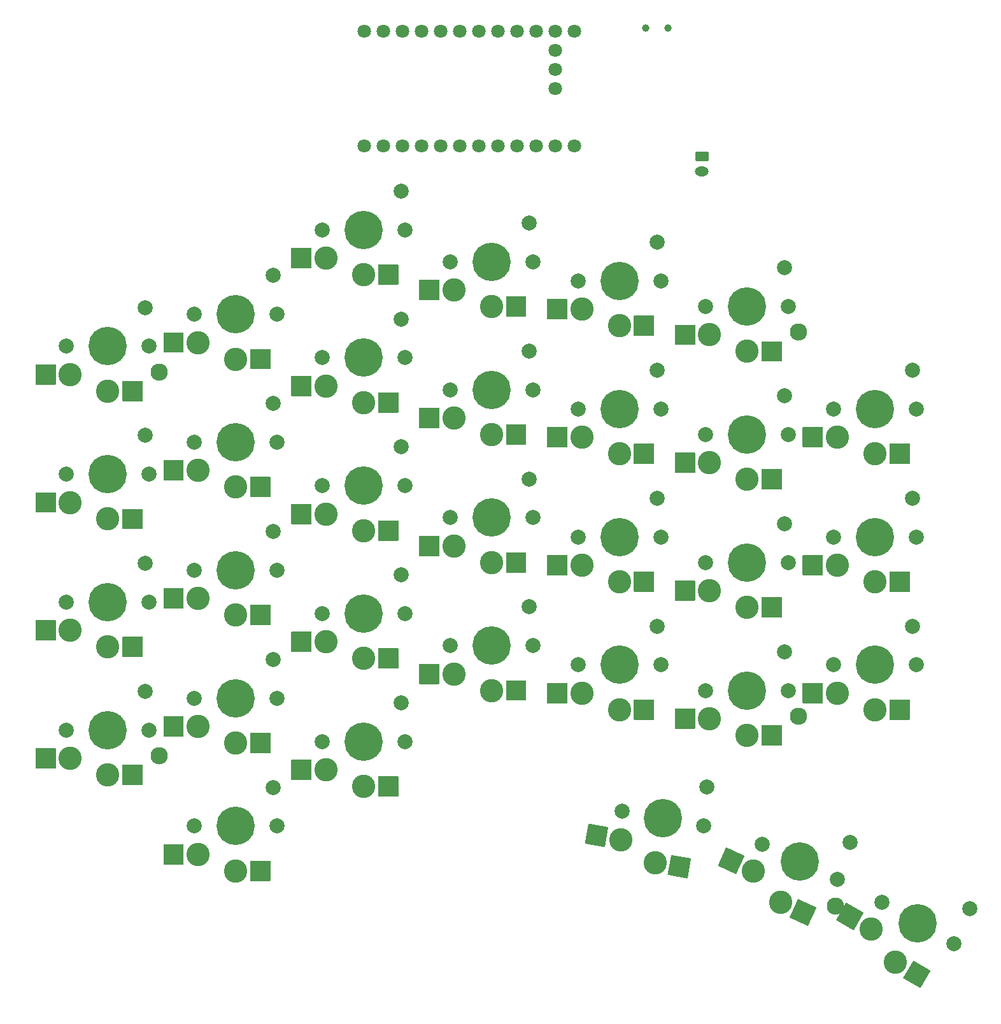
<source format=gbs>
G04 #@! TF.GenerationSoftware,KiCad,Pcbnew,9.0.7+1*
G04 #@! TF.CreationDate,2026-02-15T05:04:03+00:00*
G04 #@! TF.ProjectId,left_pcb,6c656674-5f70-4636-922e-6b696361645f,v0.2*
G04 #@! TF.SameCoordinates,Original*
G04 #@! TF.FileFunction,Soldermask,Bot*
G04 #@! TF.FilePolarity,Negative*
%FSLAX46Y46*%
G04 Gerber Fmt 4.6, Leading zero omitted, Abs format (unit mm)*
G04 Created by KiCad (PCBNEW 9.0.7+1) date 2026-02-15 05:04:03*
%MOMM*%
%LPD*%
G01*
G04 APERTURE LIST*
%ADD10C,5.100000*%
%ADD11C,2.000000*%
%ADD12C,3.100000*%
%ADD13C,1.800000*%
%ADD14O,1.850000X1.300000*%
%ADD15C,1.000000*%
%ADD16C,2.300000*%
G04 APERTURE END LIST*
D10*
X35000000Y-133000000D03*
D11*
X29500000Y-133000000D03*
X40500000Y-133000000D03*
X40000000Y-127850000D03*
D12*
X35000000Y-138950000D03*
G36*
G01*
X39625000Y-137650000D02*
X39625000Y-140250000D01*
G75*
G02*
X39575000Y-140300000I-50000J0D01*
G01*
X36975000Y-140300000D01*
G75*
G02*
X36925000Y-140250000I0J50000D01*
G01*
X36925000Y-137650000D01*
G75*
G02*
X36975000Y-137600000I50000J0D01*
G01*
X39575000Y-137600000D01*
G75*
G02*
X39625000Y-137650000I0J-50000D01*
G01*
G37*
G36*
G01*
X28075000Y-135450000D02*
X28075000Y-138050000D01*
G75*
G02*
X28025000Y-138100000I-50000J0D01*
G01*
X25425000Y-138100000D01*
G75*
G02*
X25375000Y-138050000I0J50000D01*
G01*
X25375000Y-135450000D01*
G75*
G02*
X25425000Y-135400000I50000J0D01*
G01*
X28025000Y-135400000D01*
G75*
G02*
X28075000Y-135450000I0J-50000D01*
G01*
G37*
X30000000Y-136750000D03*
D10*
X35000000Y-116000000D03*
D11*
X29500000Y-116000000D03*
X40500000Y-116000000D03*
X40000000Y-110850000D03*
D12*
X35000000Y-121950000D03*
G36*
G01*
X39625000Y-120650000D02*
X39625000Y-123250000D01*
G75*
G02*
X39575000Y-123300000I-50000J0D01*
G01*
X36975000Y-123300000D01*
G75*
G02*
X36925000Y-123250000I0J50000D01*
G01*
X36925000Y-120650000D01*
G75*
G02*
X36975000Y-120600000I50000J0D01*
G01*
X39575000Y-120600000D01*
G75*
G02*
X39625000Y-120650000I0J-50000D01*
G01*
G37*
G36*
G01*
X28075000Y-118450000D02*
X28075000Y-121050000D01*
G75*
G02*
X28025000Y-121100000I-50000J0D01*
G01*
X25425000Y-121100000D01*
G75*
G02*
X25375000Y-121050000I0J50000D01*
G01*
X25375000Y-118450000D01*
G75*
G02*
X25425000Y-118400000I50000J0D01*
G01*
X28025000Y-118400000D01*
G75*
G02*
X28075000Y-118450000I0J-50000D01*
G01*
G37*
X30000000Y-119750000D03*
D10*
X35000000Y-99000000D03*
D11*
X29500000Y-99000000D03*
X40500000Y-99000000D03*
X40000000Y-93850000D03*
D12*
X35000000Y-104950000D03*
G36*
G01*
X39625000Y-103650000D02*
X39625000Y-106250000D01*
G75*
G02*
X39575000Y-106300000I-50000J0D01*
G01*
X36975000Y-106300000D01*
G75*
G02*
X36925000Y-106250000I0J50000D01*
G01*
X36925000Y-103650000D01*
G75*
G02*
X36975000Y-103600000I50000J0D01*
G01*
X39575000Y-103600000D01*
G75*
G02*
X39625000Y-103650000I0J-50000D01*
G01*
G37*
G36*
G01*
X28075000Y-101450000D02*
X28075000Y-104050000D01*
G75*
G02*
X28025000Y-104100000I-50000J0D01*
G01*
X25425000Y-104100000D01*
G75*
G02*
X25375000Y-104050000I0J50000D01*
G01*
X25375000Y-101450000D01*
G75*
G02*
X25425000Y-101400000I50000J0D01*
G01*
X28025000Y-101400000D01*
G75*
G02*
X28075000Y-101450000I0J-50000D01*
G01*
G37*
X30000000Y-102750000D03*
D10*
X35000000Y-82000000D03*
D11*
X29500000Y-82000000D03*
X40500000Y-82000000D03*
X40000000Y-76850000D03*
D12*
X35000000Y-87950000D03*
G36*
G01*
X39625000Y-86650000D02*
X39625000Y-89250000D01*
G75*
G02*
X39575000Y-89300000I-50000J0D01*
G01*
X36975000Y-89300000D01*
G75*
G02*
X36925000Y-89250000I0J50000D01*
G01*
X36925000Y-86650000D01*
G75*
G02*
X36975000Y-86600000I50000J0D01*
G01*
X39575000Y-86600000D01*
G75*
G02*
X39625000Y-86650000I0J-50000D01*
G01*
G37*
G36*
G01*
X28075000Y-84450000D02*
X28075000Y-87050000D01*
G75*
G02*
X28025000Y-87100000I-50000J0D01*
G01*
X25425000Y-87100000D01*
G75*
G02*
X25375000Y-87050000I0J50000D01*
G01*
X25375000Y-84450000D01*
G75*
G02*
X25425000Y-84400000I50000J0D01*
G01*
X28025000Y-84400000D01*
G75*
G02*
X28075000Y-84450000I0J-50000D01*
G01*
G37*
X30000000Y-85750000D03*
D10*
X52000000Y-145750000D03*
D11*
X46500000Y-145750000D03*
X57500000Y-145750000D03*
X57000000Y-140600000D03*
D12*
X52000000Y-151700000D03*
G36*
G01*
X56625000Y-150400000D02*
X56625000Y-153000000D01*
G75*
G02*
X56575000Y-153050000I-50000J0D01*
G01*
X53975000Y-153050000D01*
G75*
G02*
X53925000Y-153000000I0J50000D01*
G01*
X53925000Y-150400000D01*
G75*
G02*
X53975000Y-150350000I50000J0D01*
G01*
X56575000Y-150350000D01*
G75*
G02*
X56625000Y-150400000I0J-50000D01*
G01*
G37*
G36*
G01*
X45075000Y-148200000D02*
X45075000Y-150800000D01*
G75*
G02*
X45025000Y-150850000I-50000J0D01*
G01*
X42425000Y-150850000D01*
G75*
G02*
X42375000Y-150800000I0J50000D01*
G01*
X42375000Y-148200000D01*
G75*
G02*
X42425000Y-148150000I50000J0D01*
G01*
X45025000Y-148150000D01*
G75*
G02*
X45075000Y-148200000I0J-50000D01*
G01*
G37*
X47000000Y-149500000D03*
D10*
X52000000Y-128750000D03*
D11*
X46500000Y-128750000D03*
X57500000Y-128750000D03*
X57000000Y-123600000D03*
D12*
X52000000Y-134700000D03*
G36*
G01*
X56625000Y-133400000D02*
X56625000Y-136000000D01*
G75*
G02*
X56575000Y-136050000I-50000J0D01*
G01*
X53975000Y-136050000D01*
G75*
G02*
X53925000Y-136000000I0J50000D01*
G01*
X53925000Y-133400000D01*
G75*
G02*
X53975000Y-133350000I50000J0D01*
G01*
X56575000Y-133350000D01*
G75*
G02*
X56625000Y-133400000I0J-50000D01*
G01*
G37*
G36*
G01*
X45075000Y-131200000D02*
X45075000Y-133800000D01*
G75*
G02*
X45025000Y-133850000I-50000J0D01*
G01*
X42425000Y-133850000D01*
G75*
G02*
X42375000Y-133800000I0J50000D01*
G01*
X42375000Y-131200000D01*
G75*
G02*
X42425000Y-131150000I50000J0D01*
G01*
X45025000Y-131150000D01*
G75*
G02*
X45075000Y-131200000I0J-50000D01*
G01*
G37*
X47000000Y-132500000D03*
D10*
X52000000Y-111750000D03*
D11*
X46500000Y-111750000D03*
X57500000Y-111750000D03*
X57000000Y-106600000D03*
D12*
X52000000Y-117700000D03*
G36*
G01*
X56625000Y-116400000D02*
X56625000Y-119000000D01*
G75*
G02*
X56575000Y-119050000I-50000J0D01*
G01*
X53975000Y-119050000D01*
G75*
G02*
X53925000Y-119000000I0J50000D01*
G01*
X53925000Y-116400000D01*
G75*
G02*
X53975000Y-116350000I50000J0D01*
G01*
X56575000Y-116350000D01*
G75*
G02*
X56625000Y-116400000I0J-50000D01*
G01*
G37*
G36*
G01*
X45075000Y-114200000D02*
X45075000Y-116800000D01*
G75*
G02*
X45025000Y-116850000I-50000J0D01*
G01*
X42425000Y-116850000D01*
G75*
G02*
X42375000Y-116800000I0J50000D01*
G01*
X42375000Y-114200000D01*
G75*
G02*
X42425000Y-114150000I50000J0D01*
G01*
X45025000Y-114150000D01*
G75*
G02*
X45075000Y-114200000I0J-50000D01*
G01*
G37*
X47000000Y-115500000D03*
D10*
X52000000Y-94750000D03*
D11*
X46500000Y-94750000D03*
X57500000Y-94750000D03*
X57000000Y-89600000D03*
D12*
X52000000Y-100700000D03*
G36*
G01*
X56625000Y-99400000D02*
X56625000Y-102000000D01*
G75*
G02*
X56575000Y-102050000I-50000J0D01*
G01*
X53975000Y-102050000D01*
G75*
G02*
X53925000Y-102000000I0J50000D01*
G01*
X53925000Y-99400000D01*
G75*
G02*
X53975000Y-99350000I50000J0D01*
G01*
X56575000Y-99350000D01*
G75*
G02*
X56625000Y-99400000I0J-50000D01*
G01*
G37*
G36*
G01*
X45075000Y-97200000D02*
X45075000Y-99800000D01*
G75*
G02*
X45025000Y-99850000I-50000J0D01*
G01*
X42425000Y-99850000D01*
G75*
G02*
X42375000Y-99800000I0J50000D01*
G01*
X42375000Y-97200000D01*
G75*
G02*
X42425000Y-97150000I50000J0D01*
G01*
X45025000Y-97150000D01*
G75*
G02*
X45075000Y-97200000I0J-50000D01*
G01*
G37*
X47000000Y-98500000D03*
D10*
X52000000Y-77750000D03*
D11*
X46500000Y-77750000D03*
X57500000Y-77750000D03*
X57000000Y-72600000D03*
D12*
X52000000Y-83700000D03*
G36*
G01*
X56625000Y-82400000D02*
X56625000Y-85000000D01*
G75*
G02*
X56575000Y-85050000I-50000J0D01*
G01*
X53975000Y-85050000D01*
G75*
G02*
X53925000Y-85000000I0J50000D01*
G01*
X53925000Y-82400000D01*
G75*
G02*
X53975000Y-82350000I50000J0D01*
G01*
X56575000Y-82350000D01*
G75*
G02*
X56625000Y-82400000I0J-50000D01*
G01*
G37*
G36*
G01*
X45075000Y-80200000D02*
X45075000Y-82800000D01*
G75*
G02*
X45025000Y-82850000I-50000J0D01*
G01*
X42425000Y-82850000D01*
G75*
G02*
X42375000Y-82800000I0J50000D01*
G01*
X42375000Y-80200000D01*
G75*
G02*
X42425000Y-80150000I50000J0D01*
G01*
X45025000Y-80150000D01*
G75*
G02*
X45075000Y-80200000I0J-50000D01*
G01*
G37*
X47000000Y-81500000D03*
D10*
X69000000Y-134530000D03*
D11*
X63500000Y-134530000D03*
X74500000Y-134530000D03*
X74000000Y-129380000D03*
D12*
X69000000Y-140480000D03*
G36*
G01*
X73625000Y-139180000D02*
X73625000Y-141780000D01*
G75*
G02*
X73575000Y-141830000I-50000J0D01*
G01*
X70975000Y-141830000D01*
G75*
G02*
X70925000Y-141780000I0J50000D01*
G01*
X70925000Y-139180000D01*
G75*
G02*
X70975000Y-139130000I50000J0D01*
G01*
X73575000Y-139130000D01*
G75*
G02*
X73625000Y-139180000I0J-50000D01*
G01*
G37*
G36*
G01*
X62075000Y-136980000D02*
X62075000Y-139580000D01*
G75*
G02*
X62025000Y-139630000I-50000J0D01*
G01*
X59425000Y-139630000D01*
G75*
G02*
X59375000Y-139580000I0J50000D01*
G01*
X59375000Y-136980000D01*
G75*
G02*
X59425000Y-136930000I50000J0D01*
G01*
X62025000Y-136930000D01*
G75*
G02*
X62075000Y-136980000I0J-50000D01*
G01*
G37*
X64000000Y-138280000D03*
D10*
X69000000Y-117530000D03*
D11*
X63500000Y-117530000D03*
X74500000Y-117530000D03*
X74000000Y-112380000D03*
D12*
X69000000Y-123480000D03*
G36*
G01*
X73625000Y-122180000D02*
X73625000Y-124780000D01*
G75*
G02*
X73575000Y-124830000I-50000J0D01*
G01*
X70975000Y-124830000D01*
G75*
G02*
X70925000Y-124780000I0J50000D01*
G01*
X70925000Y-122180000D01*
G75*
G02*
X70975000Y-122130000I50000J0D01*
G01*
X73575000Y-122130000D01*
G75*
G02*
X73625000Y-122180000I0J-50000D01*
G01*
G37*
G36*
G01*
X62075000Y-119980000D02*
X62075000Y-122580000D01*
G75*
G02*
X62025000Y-122630000I-50000J0D01*
G01*
X59425000Y-122630000D01*
G75*
G02*
X59375000Y-122580000I0J50000D01*
G01*
X59375000Y-119980000D01*
G75*
G02*
X59425000Y-119930000I50000J0D01*
G01*
X62025000Y-119930000D01*
G75*
G02*
X62075000Y-119980000I0J-50000D01*
G01*
G37*
X64000000Y-121280000D03*
D10*
X69000000Y-100530000D03*
D11*
X63500000Y-100530000D03*
X74500000Y-100530000D03*
X74000000Y-95380000D03*
D12*
X69000000Y-106480000D03*
G36*
G01*
X73625000Y-105180000D02*
X73625000Y-107780000D01*
G75*
G02*
X73575000Y-107830000I-50000J0D01*
G01*
X70975000Y-107830000D01*
G75*
G02*
X70925000Y-107780000I0J50000D01*
G01*
X70925000Y-105180000D01*
G75*
G02*
X70975000Y-105130000I50000J0D01*
G01*
X73575000Y-105130000D01*
G75*
G02*
X73625000Y-105180000I0J-50000D01*
G01*
G37*
G36*
G01*
X62075000Y-102980000D02*
X62075000Y-105580000D01*
G75*
G02*
X62025000Y-105630000I-50000J0D01*
G01*
X59425000Y-105630000D01*
G75*
G02*
X59375000Y-105580000I0J50000D01*
G01*
X59375000Y-102980000D01*
G75*
G02*
X59425000Y-102930000I50000J0D01*
G01*
X62025000Y-102930000D01*
G75*
G02*
X62075000Y-102980000I0J-50000D01*
G01*
G37*
X64000000Y-104280000D03*
D10*
X69000000Y-83530000D03*
D11*
X63500000Y-83530000D03*
X74500000Y-83530000D03*
X74000000Y-78380000D03*
D12*
X69000000Y-89480000D03*
G36*
G01*
X73625000Y-88180000D02*
X73625000Y-90780000D01*
G75*
G02*
X73575000Y-90830000I-50000J0D01*
G01*
X70975000Y-90830000D01*
G75*
G02*
X70925000Y-90780000I0J50000D01*
G01*
X70925000Y-88180000D01*
G75*
G02*
X70975000Y-88130000I50000J0D01*
G01*
X73575000Y-88130000D01*
G75*
G02*
X73625000Y-88180000I0J-50000D01*
G01*
G37*
G36*
G01*
X62075000Y-85980000D02*
X62075000Y-88580000D01*
G75*
G02*
X62025000Y-88630000I-50000J0D01*
G01*
X59425000Y-88630000D01*
G75*
G02*
X59375000Y-88580000I0J50000D01*
G01*
X59375000Y-85980000D01*
G75*
G02*
X59425000Y-85930000I50000J0D01*
G01*
X62025000Y-85930000D01*
G75*
G02*
X62075000Y-85980000I0J-50000D01*
G01*
G37*
X64000000Y-87280000D03*
D10*
X69000000Y-66530000D03*
D11*
X63500000Y-66530000D03*
X74500000Y-66530000D03*
X74000000Y-61380000D03*
D12*
X69000000Y-72480000D03*
G36*
G01*
X73625000Y-71180000D02*
X73625000Y-73780000D01*
G75*
G02*
X73575000Y-73830000I-50000J0D01*
G01*
X70975000Y-73830000D01*
G75*
G02*
X70925000Y-73780000I0J50000D01*
G01*
X70925000Y-71180000D01*
G75*
G02*
X70975000Y-71130000I50000J0D01*
G01*
X73575000Y-71130000D01*
G75*
G02*
X73625000Y-71180000I0J-50000D01*
G01*
G37*
G36*
G01*
X62075000Y-68980000D02*
X62075000Y-71580000D01*
G75*
G02*
X62025000Y-71630000I-50000J0D01*
G01*
X59425000Y-71630000D01*
G75*
G02*
X59375000Y-71580000I0J50000D01*
G01*
X59375000Y-68980000D01*
G75*
G02*
X59425000Y-68930000I50000J0D01*
G01*
X62025000Y-68930000D01*
G75*
G02*
X62075000Y-68980000I0J-50000D01*
G01*
G37*
X64000000Y-70280000D03*
D10*
X86000000Y-121780000D03*
D11*
X80500000Y-121780000D03*
X91500000Y-121780000D03*
X91000000Y-116630000D03*
D12*
X86000000Y-127730000D03*
G36*
G01*
X90625000Y-126430000D02*
X90625000Y-129030000D01*
G75*
G02*
X90575000Y-129080000I-50000J0D01*
G01*
X87975000Y-129080000D01*
G75*
G02*
X87925000Y-129030000I0J50000D01*
G01*
X87925000Y-126430000D01*
G75*
G02*
X87975000Y-126380000I50000J0D01*
G01*
X90575000Y-126380000D01*
G75*
G02*
X90625000Y-126430000I0J-50000D01*
G01*
G37*
G36*
G01*
X79075000Y-124230000D02*
X79075000Y-126830000D01*
G75*
G02*
X79025000Y-126880000I-50000J0D01*
G01*
X76425000Y-126880000D01*
G75*
G02*
X76375000Y-126830000I0J50000D01*
G01*
X76375000Y-124230000D01*
G75*
G02*
X76425000Y-124180000I50000J0D01*
G01*
X79025000Y-124180000D01*
G75*
G02*
X79075000Y-124230000I0J-50000D01*
G01*
G37*
X81000000Y-125530000D03*
D10*
X86000000Y-104780000D03*
D11*
X80500000Y-104780000D03*
X91500000Y-104780000D03*
X91000000Y-99630000D03*
D12*
X86000000Y-110730000D03*
G36*
G01*
X90625000Y-109430000D02*
X90625000Y-112030000D01*
G75*
G02*
X90575000Y-112080000I-50000J0D01*
G01*
X87975000Y-112080000D01*
G75*
G02*
X87925000Y-112030000I0J50000D01*
G01*
X87925000Y-109430000D01*
G75*
G02*
X87975000Y-109380000I50000J0D01*
G01*
X90575000Y-109380000D01*
G75*
G02*
X90625000Y-109430000I0J-50000D01*
G01*
G37*
G36*
G01*
X79075000Y-107230000D02*
X79075000Y-109830000D01*
G75*
G02*
X79025000Y-109880000I-50000J0D01*
G01*
X76425000Y-109880000D01*
G75*
G02*
X76375000Y-109830000I0J50000D01*
G01*
X76375000Y-107230000D01*
G75*
G02*
X76425000Y-107180000I50000J0D01*
G01*
X79025000Y-107180000D01*
G75*
G02*
X79075000Y-107230000I0J-50000D01*
G01*
G37*
X81000000Y-108530000D03*
D10*
X86000000Y-87780000D03*
D11*
X80500000Y-87780000D03*
X91500000Y-87780000D03*
X91000000Y-82630000D03*
D12*
X86000000Y-93730000D03*
G36*
G01*
X90625000Y-92430000D02*
X90625000Y-95030000D01*
G75*
G02*
X90575000Y-95080000I-50000J0D01*
G01*
X87975000Y-95080000D01*
G75*
G02*
X87925000Y-95030000I0J50000D01*
G01*
X87925000Y-92430000D01*
G75*
G02*
X87975000Y-92380000I50000J0D01*
G01*
X90575000Y-92380000D01*
G75*
G02*
X90625000Y-92430000I0J-50000D01*
G01*
G37*
G36*
G01*
X79075000Y-90230000D02*
X79075000Y-92830000D01*
G75*
G02*
X79025000Y-92880000I-50000J0D01*
G01*
X76425000Y-92880000D01*
G75*
G02*
X76375000Y-92830000I0J50000D01*
G01*
X76375000Y-90230000D01*
G75*
G02*
X76425000Y-90180000I50000J0D01*
G01*
X79025000Y-90180000D01*
G75*
G02*
X79075000Y-90230000I0J-50000D01*
G01*
G37*
X81000000Y-91530000D03*
D10*
X86000000Y-70780000D03*
D11*
X80500000Y-70780000D03*
X91500000Y-70780000D03*
X91000000Y-65630000D03*
D12*
X86000000Y-76730000D03*
G36*
G01*
X90625000Y-75430000D02*
X90625000Y-78030000D01*
G75*
G02*
X90575000Y-78080000I-50000J0D01*
G01*
X87975000Y-78080000D01*
G75*
G02*
X87925000Y-78030000I0J50000D01*
G01*
X87925000Y-75430000D01*
G75*
G02*
X87975000Y-75380000I50000J0D01*
G01*
X90575000Y-75380000D01*
G75*
G02*
X90625000Y-75430000I0J-50000D01*
G01*
G37*
G36*
G01*
X79075000Y-73230000D02*
X79075000Y-75830000D01*
G75*
G02*
X79025000Y-75880000I-50000J0D01*
G01*
X76425000Y-75880000D01*
G75*
G02*
X76375000Y-75830000I0J50000D01*
G01*
X76375000Y-73230000D01*
G75*
G02*
X76425000Y-73180000I50000J0D01*
G01*
X79025000Y-73180000D01*
G75*
G02*
X79075000Y-73230000I0J-50000D01*
G01*
G37*
X81000000Y-74530000D03*
D10*
X103000000Y-124330000D03*
D11*
X97500000Y-124330000D03*
X108500000Y-124330000D03*
X108000000Y-119180000D03*
D12*
X103000000Y-130280000D03*
G36*
G01*
X107625000Y-128980000D02*
X107625000Y-131580000D01*
G75*
G02*
X107575000Y-131630000I-50000J0D01*
G01*
X104975000Y-131630000D01*
G75*
G02*
X104925000Y-131580000I0J50000D01*
G01*
X104925000Y-128980000D01*
G75*
G02*
X104975000Y-128930000I50000J0D01*
G01*
X107575000Y-128930000D01*
G75*
G02*
X107625000Y-128980000I0J-50000D01*
G01*
G37*
G36*
G01*
X96075000Y-126780000D02*
X96075000Y-129380000D01*
G75*
G02*
X96025000Y-129430000I-50000J0D01*
G01*
X93425000Y-129430000D01*
G75*
G02*
X93375000Y-129380000I0J50000D01*
G01*
X93375000Y-126780000D01*
G75*
G02*
X93425000Y-126730000I50000J0D01*
G01*
X96025000Y-126730000D01*
G75*
G02*
X96075000Y-126780000I0J-50000D01*
G01*
G37*
X98000000Y-128080000D03*
D10*
X103000000Y-107330000D03*
D11*
X97500000Y-107330000D03*
X108500000Y-107330000D03*
X108000000Y-102180000D03*
D12*
X103000000Y-113280000D03*
G36*
G01*
X107625000Y-111980000D02*
X107625000Y-114580000D01*
G75*
G02*
X107575000Y-114630000I-50000J0D01*
G01*
X104975000Y-114630000D01*
G75*
G02*
X104925000Y-114580000I0J50000D01*
G01*
X104925000Y-111980000D01*
G75*
G02*
X104975000Y-111930000I50000J0D01*
G01*
X107575000Y-111930000D01*
G75*
G02*
X107625000Y-111980000I0J-50000D01*
G01*
G37*
G36*
G01*
X96075000Y-109780000D02*
X96075000Y-112380000D01*
G75*
G02*
X96025000Y-112430000I-50000J0D01*
G01*
X93425000Y-112430000D01*
G75*
G02*
X93375000Y-112380000I0J50000D01*
G01*
X93375000Y-109780000D01*
G75*
G02*
X93425000Y-109730000I50000J0D01*
G01*
X96025000Y-109730000D01*
G75*
G02*
X96075000Y-109780000I0J-50000D01*
G01*
G37*
X98000000Y-111080000D03*
D10*
X103000000Y-90330000D03*
D11*
X97500000Y-90330000D03*
X108500000Y-90330000D03*
X108000000Y-85180000D03*
D12*
X103000000Y-96280000D03*
G36*
G01*
X107625000Y-94980000D02*
X107625000Y-97580000D01*
G75*
G02*
X107575000Y-97630000I-50000J0D01*
G01*
X104975000Y-97630000D01*
G75*
G02*
X104925000Y-97580000I0J50000D01*
G01*
X104925000Y-94980000D01*
G75*
G02*
X104975000Y-94930000I50000J0D01*
G01*
X107575000Y-94930000D01*
G75*
G02*
X107625000Y-94980000I0J-50000D01*
G01*
G37*
G36*
G01*
X96075000Y-92780000D02*
X96075000Y-95380000D01*
G75*
G02*
X96025000Y-95430000I-50000J0D01*
G01*
X93425000Y-95430000D01*
G75*
G02*
X93375000Y-95380000I0J50000D01*
G01*
X93375000Y-92780000D01*
G75*
G02*
X93425000Y-92730000I50000J0D01*
G01*
X96025000Y-92730000D01*
G75*
G02*
X96075000Y-92780000I0J-50000D01*
G01*
G37*
X98000000Y-94080000D03*
D10*
X103000000Y-73330000D03*
D11*
X97500000Y-73330000D03*
X108500000Y-73330000D03*
X108000000Y-68180000D03*
D12*
X103000000Y-79280000D03*
G36*
G01*
X107625000Y-77980000D02*
X107625000Y-80580000D01*
G75*
G02*
X107575000Y-80630000I-50000J0D01*
G01*
X104975000Y-80630000D01*
G75*
G02*
X104925000Y-80580000I0J50000D01*
G01*
X104925000Y-77980000D01*
G75*
G02*
X104975000Y-77930000I50000J0D01*
G01*
X107575000Y-77930000D01*
G75*
G02*
X107625000Y-77980000I0J-50000D01*
G01*
G37*
G36*
G01*
X96075000Y-75780000D02*
X96075000Y-78380000D01*
G75*
G02*
X96025000Y-78430000I-50000J0D01*
G01*
X93425000Y-78430000D01*
G75*
G02*
X93375000Y-78380000I0J50000D01*
G01*
X93375000Y-75780000D01*
G75*
G02*
X93425000Y-75730000I50000J0D01*
G01*
X96025000Y-75730000D01*
G75*
G02*
X96075000Y-75780000I0J-50000D01*
G01*
G37*
X98000000Y-77080000D03*
D10*
X120000000Y-127730000D03*
D11*
X114500000Y-127730000D03*
X125500000Y-127730000D03*
X125000000Y-122580000D03*
D12*
X120000000Y-133680000D03*
G36*
G01*
X124625000Y-132380000D02*
X124625000Y-134980000D01*
G75*
G02*
X124575000Y-135030000I-50000J0D01*
G01*
X121975000Y-135030000D01*
G75*
G02*
X121925000Y-134980000I0J50000D01*
G01*
X121925000Y-132380000D01*
G75*
G02*
X121975000Y-132330000I50000J0D01*
G01*
X124575000Y-132330000D01*
G75*
G02*
X124625000Y-132380000I0J-50000D01*
G01*
G37*
G36*
G01*
X113075000Y-130180000D02*
X113075000Y-132780000D01*
G75*
G02*
X113025000Y-132830000I-50000J0D01*
G01*
X110425000Y-132830000D01*
G75*
G02*
X110375000Y-132780000I0J50000D01*
G01*
X110375000Y-130180000D01*
G75*
G02*
X110425000Y-130130000I50000J0D01*
G01*
X113025000Y-130130000D01*
G75*
G02*
X113075000Y-130180000I0J-50000D01*
G01*
G37*
X115000000Y-131480000D03*
D10*
X120000000Y-110730000D03*
D11*
X114500000Y-110730000D03*
X125500000Y-110730000D03*
X125000000Y-105580000D03*
D12*
X120000000Y-116680000D03*
G36*
G01*
X124625000Y-115380000D02*
X124625000Y-117980000D01*
G75*
G02*
X124575000Y-118030000I-50000J0D01*
G01*
X121975000Y-118030000D01*
G75*
G02*
X121925000Y-117980000I0J50000D01*
G01*
X121925000Y-115380000D01*
G75*
G02*
X121975000Y-115330000I50000J0D01*
G01*
X124575000Y-115330000D01*
G75*
G02*
X124625000Y-115380000I0J-50000D01*
G01*
G37*
G36*
G01*
X113075000Y-113180000D02*
X113075000Y-115780000D01*
G75*
G02*
X113025000Y-115830000I-50000J0D01*
G01*
X110425000Y-115830000D01*
G75*
G02*
X110375000Y-115780000I0J50000D01*
G01*
X110375000Y-113180000D01*
G75*
G02*
X110425000Y-113130000I50000J0D01*
G01*
X113025000Y-113130000D01*
G75*
G02*
X113075000Y-113180000I0J-50000D01*
G01*
G37*
X115000000Y-114480000D03*
D10*
X120000000Y-93730000D03*
D11*
X114500000Y-93730000D03*
X125500000Y-93730000D03*
X125000000Y-88580000D03*
D12*
X120000000Y-99680000D03*
G36*
G01*
X124625000Y-98380000D02*
X124625000Y-100980000D01*
G75*
G02*
X124575000Y-101030000I-50000J0D01*
G01*
X121975000Y-101030000D01*
G75*
G02*
X121925000Y-100980000I0J50000D01*
G01*
X121925000Y-98380000D01*
G75*
G02*
X121975000Y-98330000I50000J0D01*
G01*
X124575000Y-98330000D01*
G75*
G02*
X124625000Y-98380000I0J-50000D01*
G01*
G37*
G36*
G01*
X113075000Y-96180000D02*
X113075000Y-98780000D01*
G75*
G02*
X113025000Y-98830000I-50000J0D01*
G01*
X110425000Y-98830000D01*
G75*
G02*
X110375000Y-98780000I0J50000D01*
G01*
X110375000Y-96180000D01*
G75*
G02*
X110425000Y-96130000I50000J0D01*
G01*
X113025000Y-96130000D01*
G75*
G02*
X113075000Y-96180000I0J-50000D01*
G01*
G37*
X115000000Y-97480000D03*
D10*
X120000000Y-76730000D03*
D11*
X114500000Y-76730000D03*
X125500000Y-76730000D03*
X125000000Y-71580000D03*
D12*
X120000000Y-82680000D03*
G36*
G01*
X124625000Y-81380000D02*
X124625000Y-83980000D01*
G75*
G02*
X124575000Y-84030000I-50000J0D01*
G01*
X121975000Y-84030000D01*
G75*
G02*
X121925000Y-83980000I0J50000D01*
G01*
X121925000Y-81380000D01*
G75*
G02*
X121975000Y-81330000I50000J0D01*
G01*
X124575000Y-81330000D01*
G75*
G02*
X124625000Y-81380000I0J-50000D01*
G01*
G37*
G36*
G01*
X113075000Y-79180000D02*
X113075000Y-81780000D01*
G75*
G02*
X113025000Y-81830000I-50000J0D01*
G01*
X110425000Y-81830000D01*
G75*
G02*
X110375000Y-81780000I0J50000D01*
G01*
X110375000Y-79180000D01*
G75*
G02*
X110425000Y-79130000I50000J0D01*
G01*
X113025000Y-79130000D01*
G75*
G02*
X113075000Y-79180000I0J-50000D01*
G01*
G37*
X115000000Y-80480000D03*
D10*
X137000000Y-124330000D03*
D11*
X131500000Y-124330000D03*
X142500000Y-124330000D03*
X142000000Y-119180000D03*
D12*
X137000000Y-130280000D03*
G36*
G01*
X141625000Y-128980000D02*
X141625000Y-131580000D01*
G75*
G02*
X141575000Y-131630000I-50000J0D01*
G01*
X138975000Y-131630000D01*
G75*
G02*
X138925000Y-131580000I0J50000D01*
G01*
X138925000Y-128980000D01*
G75*
G02*
X138975000Y-128930000I50000J0D01*
G01*
X141575000Y-128930000D01*
G75*
G02*
X141625000Y-128980000I0J-50000D01*
G01*
G37*
G36*
G01*
X130075000Y-126780000D02*
X130075000Y-129380000D01*
G75*
G02*
X130025000Y-129430000I-50000J0D01*
G01*
X127425000Y-129430000D01*
G75*
G02*
X127375000Y-129380000I0J50000D01*
G01*
X127375000Y-126780000D01*
G75*
G02*
X127425000Y-126730000I50000J0D01*
G01*
X130025000Y-126730000D01*
G75*
G02*
X130075000Y-126780000I0J-50000D01*
G01*
G37*
X132000000Y-128080000D03*
D10*
X137000000Y-107330000D03*
D11*
X131500000Y-107330000D03*
X142500000Y-107330000D03*
X142000000Y-102180000D03*
D12*
X137000000Y-113280000D03*
G36*
G01*
X141625000Y-111980000D02*
X141625000Y-114580000D01*
G75*
G02*
X141575000Y-114630000I-50000J0D01*
G01*
X138975000Y-114630000D01*
G75*
G02*
X138925000Y-114580000I0J50000D01*
G01*
X138925000Y-111980000D01*
G75*
G02*
X138975000Y-111930000I50000J0D01*
G01*
X141575000Y-111930000D01*
G75*
G02*
X141625000Y-111980000I0J-50000D01*
G01*
G37*
G36*
G01*
X130075000Y-109780000D02*
X130075000Y-112380000D01*
G75*
G02*
X130025000Y-112430000I-50000J0D01*
G01*
X127425000Y-112430000D01*
G75*
G02*
X127375000Y-112380000I0J50000D01*
G01*
X127375000Y-109780000D01*
G75*
G02*
X127425000Y-109730000I50000J0D01*
G01*
X130025000Y-109730000D01*
G75*
G02*
X130075000Y-109780000I0J-50000D01*
G01*
G37*
X132000000Y-111080000D03*
D10*
X137000000Y-90330000D03*
D11*
X131500000Y-90330000D03*
X142500000Y-90330000D03*
X142000000Y-85180000D03*
D12*
X137000000Y-96280000D03*
G36*
G01*
X141625000Y-94980000D02*
X141625000Y-97580000D01*
G75*
G02*
X141575000Y-97630000I-50000J0D01*
G01*
X138975000Y-97630000D01*
G75*
G02*
X138925000Y-97580000I0J50000D01*
G01*
X138925000Y-94980000D01*
G75*
G02*
X138975000Y-94930000I50000J0D01*
G01*
X141575000Y-94930000D01*
G75*
G02*
X141625000Y-94980000I0J-50000D01*
G01*
G37*
G36*
G01*
X130075000Y-92780000D02*
X130075000Y-95380000D01*
G75*
G02*
X130025000Y-95430000I-50000J0D01*
G01*
X127425000Y-95430000D01*
G75*
G02*
X127375000Y-95380000I0J50000D01*
G01*
X127375000Y-92780000D01*
G75*
G02*
X127425000Y-92730000I50000J0D01*
G01*
X130025000Y-92730000D01*
G75*
G02*
X130075000Y-92780000I0J-50000D01*
G01*
G37*
X132000000Y-94080000D03*
D10*
X108780000Y-144730000D03*
D11*
X103363557Y-143774935D03*
X114196443Y-145685065D03*
X114598327Y-140526481D03*
D12*
X107746793Y-150589606D03*
G36*
G01*
X112527272Y-150112479D02*
X112075786Y-152672979D01*
G75*
G02*
X112017864Y-152713537I-49240J8682D01*
G01*
X109457364Y-152262051D01*
G75*
G02*
X109416806Y-152204129I8682J49240D01*
G01*
X109868292Y-149643629D01*
G75*
G02*
X109926214Y-149603071I49240J-8682D01*
G01*
X112486714Y-150054557D01*
G75*
G02*
X112527272Y-150112479I-8682J-49240D01*
G01*
G37*
G36*
G01*
X101534768Y-145940265D02*
X101083282Y-148500765D01*
G75*
G02*
X101025360Y-148541323I-49240J8682D01*
G01*
X98464860Y-148089837D01*
G75*
G02*
X98424302Y-148031915I8682J49240D01*
G01*
X98875788Y-145471415D01*
G75*
G02*
X98933710Y-145430857I49240J-8682D01*
G01*
X101494210Y-145882343D01*
G75*
G02*
X101534768Y-145940265I-8682J-49240D01*
G01*
G37*
X103204781Y-147554788D03*
D10*
X126970728Y-150465514D03*
D11*
X121986035Y-148141114D03*
X131955421Y-152789914D03*
X133678751Y-147911120D03*
D12*
X124456149Y-155858045D03*
G36*
G01*
X129197226Y-156634455D02*
X128098418Y-158990855D01*
G75*
G02*
X128031972Y-159015039I-45315J21131D01*
G01*
X125675572Y-157916231D01*
G75*
G02*
X125651388Y-157849785I21131J45315D01*
G01*
X126750196Y-155493385D01*
G75*
G02*
X126816642Y-155469201I45315J-21131D01*
G01*
X129173042Y-156568009D01*
G75*
G02*
X129197226Y-156634455I-21131J-45315D01*
G01*
G37*
G36*
G01*
X119659132Y-149759337D02*
X118560324Y-152115737D01*
G75*
G02*
X118493878Y-152139921I-45315J21131D01*
G01*
X116137478Y-151041113D01*
G75*
G02*
X116113294Y-150974667I21131J45315D01*
G01*
X117212102Y-148618267D01*
G75*
G02*
X117278548Y-148594083I45315J-21131D01*
G01*
X119634948Y-149692891D01*
G75*
G02*
X119659132Y-149759337I-21131J-45315D01*
G01*
G37*
X120854371Y-151751077D03*
D10*
X142693305Y-158650170D03*
D11*
X137930165Y-155900170D03*
X147456445Y-161400170D03*
X149598432Y-156690139D03*
D12*
X139718305Y-163803021D03*
G36*
G01*
X144373672Y-164989688D02*
X143073672Y-167241354D01*
G75*
G02*
X143005371Y-167259655I-43301J25000D01*
G01*
X140753705Y-165959655D01*
G75*
G02*
X140735404Y-165891354I25000J43301D01*
G01*
X142035404Y-163639688D01*
G75*
G02*
X142103705Y-163621387I43301J-25000D01*
G01*
X144355371Y-164921387D01*
G75*
G02*
X144373672Y-164989688I-25000J-43301D01*
G01*
G37*
G36*
G01*
X135471079Y-157309432D02*
X134171079Y-159561098D01*
G75*
G02*
X134102778Y-159579399I-43301J25000D01*
G01*
X131851112Y-158279399D01*
G75*
G02*
X131832811Y-158211098I25000J43301D01*
G01*
X133132811Y-155959432D01*
G75*
G02*
X133201112Y-155941131I43301J-25000D01*
G01*
X135452778Y-157241131D01*
G75*
G02*
X135471079Y-157309432I-25000J-43301D01*
G01*
G37*
X136488178Y-159397765D03*
D13*
X69050000Y-55390000D03*
X69050000Y-40150000D03*
X71590000Y-55390000D03*
X71590000Y-40150000D03*
X74130000Y-55390000D03*
X74130000Y-40150000D03*
X76670000Y-55390000D03*
X76670000Y-40150000D03*
X79210000Y-55390000D03*
X79210000Y-40150000D03*
X81750000Y-55390000D03*
X81750000Y-40150000D03*
X84290000Y-55390000D03*
X84290000Y-40150000D03*
X86830000Y-55390000D03*
X86830000Y-40150000D03*
X89370000Y-55390000D03*
X89370000Y-40150000D03*
X91910000Y-55390000D03*
X91910000Y-40150000D03*
X94450000Y-55390000D03*
X94450000Y-40150000D03*
X96990000Y-55390000D03*
X96990000Y-40150000D03*
X94450000Y-42690000D03*
X94450000Y-45230000D03*
X94450000Y-47770000D03*
G36*
G01*
X113335000Y-56120000D02*
X114665000Y-56120000D01*
G75*
G02*
X114925000Y-56380000I0J-260000D01*
G01*
X114925000Y-57160000D01*
G75*
G02*
X114665000Y-57420000I-260000J0D01*
G01*
X113335000Y-57420000D01*
G75*
G02*
X113075000Y-57160000I0J260000D01*
G01*
X113075000Y-56380000D01*
G75*
G02*
X113335000Y-56120000I260000J0D01*
G01*
G37*
D14*
X114000000Y-58770000D03*
D15*
X106500000Y-39745000D03*
X109500000Y-39745000D03*
D16*
X41800000Y-85400000D03*
X41800000Y-136400000D03*
X126800000Y-80130000D03*
X126800000Y-131130000D03*
X131696719Y-156420765D03*
M02*

</source>
